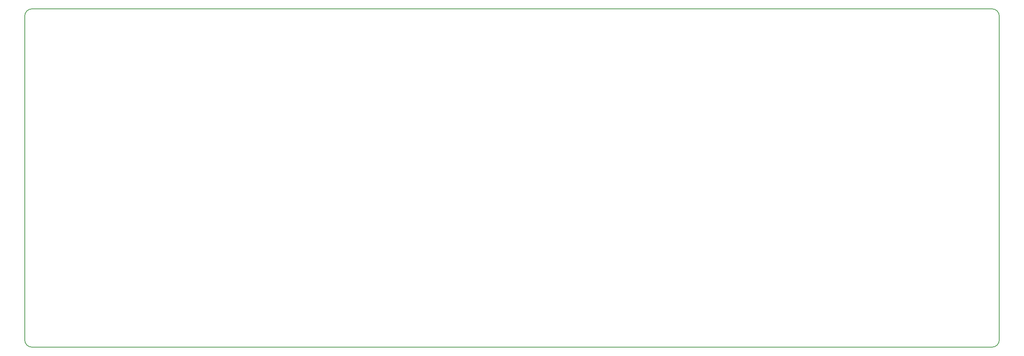
<source format=gbs>
G04 #@! TF.GenerationSoftware,KiCad,Pcbnew,5.0.1*
G04 #@! TF.CreationDate,2019-03-13T00:05:29-03:00*
G04 #@! TF.ProjectId,fullGrid,66756C6C477269642E6B696361645F70,V3.0.7*
G04 #@! TF.SameCoordinates,Original*
G04 #@! TF.FileFunction,Soldermask,Bot*
G04 #@! TF.FilePolarity,Negative*
%FSLAX46Y46*%
G04 Gerber Fmt 4.6, Leading zero omitted, Abs format (unit mm)*
G04 Created by KiCad (PCBNEW 5.0.1) date Wed 13 Mar 2019 12:05:29 AM -03*
%MOMM*%
%LPD*%
G01*
G04 APERTURE LIST*
%ADD10C,0.150000*%
G04 APERTURE END LIST*
D10*
X31939170Y-64000682D02*
G75*
G02X33720426Y-62219426I1781256J0D01*
G01*
X31939170Y-64000682D02*
X31939170Y-141485318D01*
X33720426Y-143266574D02*
G75*
G02X31939170Y-141485318I0J1781256D01*
G01*
X264986830Y-141485318D02*
X264986830Y-64000682D01*
X264986830Y-141485318D02*
G75*
G02X263205574Y-143266574I-1781256J0D01*
G01*
X263205574Y-62219426D02*
G75*
G02X264986830Y-64000682I0J-1781256D01*
G01*
X33720426Y-143266574D02*
X263205574Y-143266574D01*
X33720426Y-62219426D02*
X263205574Y-62219426D01*
M02*

</source>
